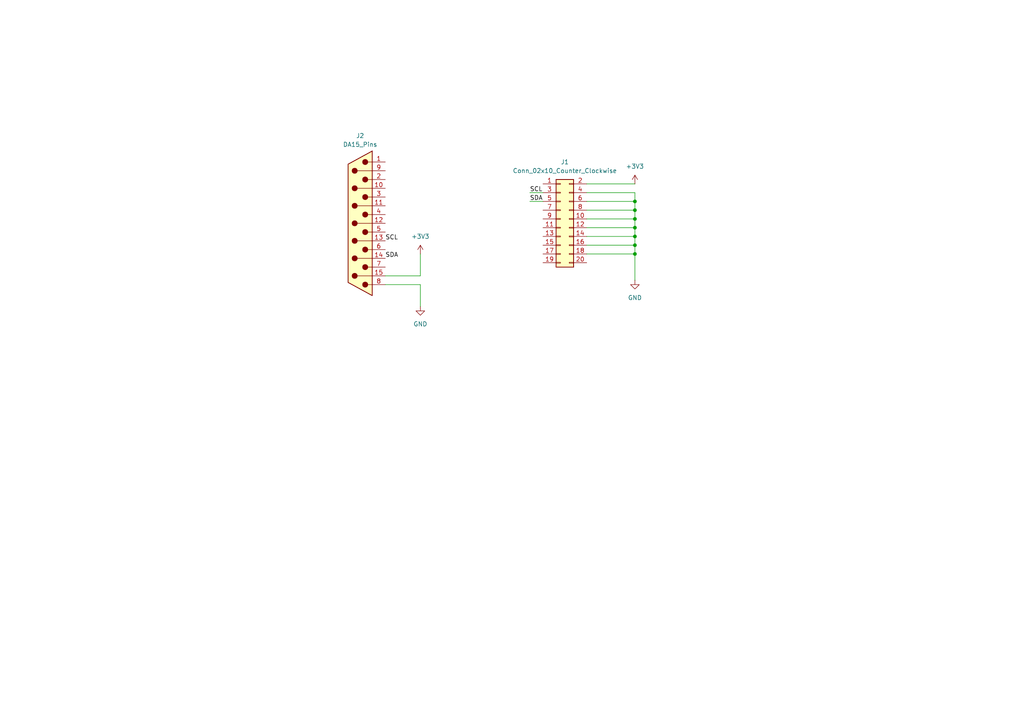
<source format=kicad_sch>
(kicad_sch (version 20250114) (generator "eeschema") (generator_version "9.0")
  (paper "A4")
  (lib_symbols
    (symbol "Connector:DA15_Pins" (pin_names (offset 1.016) (hide yes))
      (property "Reference" "J" (at 0.508 21.59 0))
      (property "Value" "DA15_Pins" (at 0 -22.225 0))
      (symbol "DA15_Pins_0_1"
        (polyline (pts (xy -3.81 17.78) (xy -2.54 17.78)))
        (polyline (pts (xy -3.81 15.24) (xy 0.508 15.24)))
        (polyline (pts (xy -3.81 12.7) (xy -2.54 12.7)))
        (polyline (pts (xy -3.81 10.16) (xy 0.508 10.16)))
        (polyline (pts (xy -3.81 7.62) (xy -2.54 7.62)))
        (polyline (pts (xy -3.81 5.08) (xy 0.508 5.08)))
        (polyline (pts (xy -3.81 2.54) (xy -2.54 2.54)))
        (polyline (pts (xy -3.81 0) (xy 0.508 0)))
        (polyline (pts (xy -3.81 -2.54) (xy -2.54 -2.54)))
        (polyline (pts (xy -3.81 -5.08) (xy 0.508 -5.08)))
        (polyline (pts (xy -3.81 -7.62) (xy -2.54 -7.62)))
        (polyline (pts (xy -3.81 -10.16) (xy 0.508 -10.16)))
        (polyline (pts (xy -3.81 -12.7) (xy -2.54 -12.7)))
        (polyline (pts (xy -3.81 -15.24) (xy 0.508 -15.24)))
        (polyline (pts (xy -3.81 -17.78) (xy -2.54 -17.78)))
        (polyline (pts (xy -3.81 -20.955) (xy 3.175 -17.145) (xy 3.175 17.145) (xy -3.81 20.955) (xy -3.81 -20.955)) (stroke (width 0.254)) (fill (type background)))
        (circle (center -1.778 17.78) (radius 0.762) (fill (type outline)))
        (circle (center -1.778 12.7) (radius 0.762) (fill (type outline)))
        (circle (center -1.778 7.62) (radius 0.762) (fill (type outline)))
        (circle (center -1.778 2.54) (radius 0.762) (fill (type outline)))
        (circle (center -1.778 -2.54) (radius 0.762) (fill (type outline)))
        (circle (center -1.778 -7.62) (radius 0.762) (fill (type outline)))
        (circle (center -1.778 -12.7) (radius 0.762) (fill (type outline)))
        (circle (center -1.778 -17.78) (radius 0.762) (fill (type outline)))
        (circle (center 1.27 15.24) (radius 0.762) (fill (type outline)))
        (circle (center 1.27 10.16) (radius 0.762) (fill (type outline)))
        (circle (center 1.27 5.08) (radius 0.762) (fill (type outline)))
        (circle (center 1.27 0) (radius 0.762) (fill (type outline)))
        (circle (center 1.27 -5.08) (radius 0.762) (fill (type outline)))
        (circle (center 1.27 -10.16) (radius 0.762) (fill (type outline)))
        (circle (center 1.27 -15.24) (radius 0.762) (fill (type outline)))
      )
      (symbol "DA15_Pins_1_1"
        (pin passive line (at -7.62 17.78 0) (length 3.81) (name "8") (number "8"))
        (pin passive line (at -7.62 15.24 0) (length 3.81) (name "P15") (number "15"))
        (pin passive line (at -7.62 12.7 0) (length 3.81) (name "7") (number "7"))
        (pin passive line (at -7.62 10.16 0) (length 3.81) (name "P14") (number "14"))
        (pin passive line (at -7.62 7.62 0) (length 3.81) (name "6") (number "6"))
        (pin passive line (at -7.62 5.08 0) (length 3.81) (name "P13") (number "13"))
        (pin passive line (at -7.62 2.54 0) (length 3.81) (name "5") (number "5"))
        (pin passive line (at -7.62 0 0) (length 3.81) (name "P12") (number "12"))
        (pin passive line (at -7.62 -2.54 0) (length 3.81) (name "4") (number "4"))
        (pin passive line (at -7.62 -5.08 0) (length 3.81) (name "P111") (number "11"))
        (pin passive line (at -7.62 -7.62 0) (length 3.81) (name "3") (number "3"))
        (pin passive line (at -7.62 -10.16 0) (length 3.81) (name "P10") (number "10"))
        (pin passive line (at -7.62 -12.7 0) (length 3.81) (name "2") (number "2"))
        (pin passive line (at -7.62 -15.24 0) (length 3.81) (name "P9") (number "9"))
        (pin passive line (at -7.62 -17.78 0) (length 3.81) (name "1") (number "1"))
      )
    )
    (symbol "Connector_Generic:Conn_02x10_Odd_Even" (pin_names (offset 1.016) (hide yes))
      (property "Reference" "J" (at 1.27 12.7 0))
      (property "Value" "Conn_02x10_Odd_Even" (at 1.27 -15.24 0))
      (symbol "Conn_02x10_Odd_Even_1_1"
        (rectangle (start -1.27 11.43) (end 3.81 -13.97) (stroke (width 0.254)) (fill (type background)))
        (rectangle (start -1.27 10.287) (end 0 10.033) (stroke (width 0.1524)))
        (rectangle (start -1.27 7.747) (end 0 7.493) (stroke (width 0.1524)))
        (rectangle (start -1.27 5.207) (end 0 4.953) (stroke (width 0.1524)))
        (rectangle (start -1.27 2.667) (end 0 2.413) (stroke (width 0.1524)))
        (rectangle (start -1.27 0.127) (end 0 -0.127) (stroke (width 0.1524)))
        (rectangle (start -1.27 -2.413) (end 0 -2.667) (stroke (width 0.1524)))
        (rectangle (start -1.27 -4.953) (end 0 -5.207) (stroke (width 0.1524)))
        (rectangle (start -1.27 -7.493) (end 0 -7.747) (stroke (width 0.1524)))
        (rectangle (start -1.27 -10.033) (end 0 -10.287) (stroke (width 0.1524)))
        (rectangle (start -1.27 -12.573) (end 0 -12.827) (stroke (width 0.1524)))
        (rectangle (start 3.81 10.287) (end 2.54 10.033) (stroke (width 0.1524)))
        (rectangle (start 3.81 7.747) (end 2.54 7.493) (stroke (width 0.1524)))
        (rectangle (start 3.81 5.207) (end 2.54 4.953) (stroke (width 0.1524)))
        (rectangle (start 3.81 2.667) (end 2.54 2.413) (stroke (width 0.1524)))
        (rectangle (start 3.81 0.127) (end 2.54 -0.127) (stroke (width 0.1524)))
        (rectangle (start 3.81 -2.413) (end 2.54 -2.667) (stroke (width 0.1524)))
        (rectangle (start 3.81 -4.953) (end 2.54 -5.207) (stroke (width 0.1524)))
        (rectangle (start 3.81 -7.493) (end 2.54 -7.747) (stroke (width 0.1524)))
        (rectangle (start 3.81 -10.033) (end 2.54 -10.287) (stroke (width 0.1524)))
        (rectangle (start 3.81 -12.573) (end 2.54 -12.827) (stroke (width 0.1524)))
        (pin passive line (at -5.08 10.16 0) (length 3.81) (name "Pin_1") (number "1"))
        (pin passive line (at -5.08 7.62 0) (length 3.81) (name "Pin_3") (number "3"))
        (pin passive line (at -5.08 5.08 0) (length 3.81) (name "Pin_5") (number "5"))
        (pin passive line (at -5.08 2.54 0) (length 3.81) (name "Pin_7") (number "7"))
        (pin passive line (at -5.08 0 0) (length 3.81) (name "Pin_9") (number "9"))
        (pin passive line (at -5.08 -2.54 0) (length 3.81) (name "Pin_11") (number "11"))
        (pin passive line (at -5.08 -5.08 0) (length 3.81) (name "Pin_13") (number "13"))
        (pin passive line (at -5.08 -7.62 0) (length 3.81) (name "Pin_15") (number "15"))
        (pin passive line (at -5.08 -10.16 0) (length 3.81) (name "Pin_17") (number "17"))
        (pin passive line (at -5.08 -12.7 0) (length 3.81) (name "Pin_19") (number "19"))
        (pin passive line (at 7.62 10.16 180) (length 3.81) (name "Pin_2") (number "2"))
        (pin passive line (at 7.62 7.62 180) (length 3.81) (name "Pin_4") (number "4"))
        (pin passive line (at 7.62 5.08 180) (length 3.81) (name "Pin_6") (number "6"))
        (pin passive line (at 7.62 2.54 180) (length 3.81) (name "Pin_8") (number "8"))
        (pin passive line (at 7.62 0 180) (length 3.81) (name "Pin_10") (number "10"))
        (pin passive line (at 7.62 -2.54 180) (length 3.81) (name "Pin_12") (number "12"))
        (pin passive line (at 7.62 -5.08 180) (length 3.81) (name "Pin_14") (number "14"))
        (pin passive line (at 7.62 -7.62 180) (length 3.81) (name "Pin_16") (number "16"))
        (pin passive line (at 7.62 -10.16 180) (length 3.81) (name "Pin_18") (number "18"))
        (pin passive line (at 7.62 -12.7 180) (length 3.81) (name "Pin_20") (number "20"))
      )
    )
    (symbol "power:+3V3" (power) (pin_numbers (hide yes)) (pin_names (offset 0) (hide yes))
      (property "Value" "+3V3" (at 0 3.556 0))
      (symbol "+3V3_0_1"
        (polyline (pts (xy -0.762 1.27) (xy 0 2.54)))
        (polyline (pts (xy 0 2.54) (xy 0.762 1.27)))
        (polyline (pts (xy 0 0) (xy 0 2.54)))
      )
      (symbol "+3V3_1_1"
        (pin power_in line (at 0 0 90) (length 0) (name "~") (number "1"))
      )
    )
    (symbol "power:GND" (power) (pin_numbers (hide yes)) (pin_names (offset 0) (hide yes))
      (property "Value" "GND" (at 0 -3.81 0))
      (symbol "GND_0_1"
        (polyline (pts (xy 0 0) (xy 0 -1.27) (xy 1.27 -1.27) (xy 0 -2.54) (xy -1.27 -1.27) (xy 0 -1.27)))
      )
      (symbol "GND_1_1"
        (pin power_in line (at 0 0 270) (length 0) (name "~") (number "1"))
      )
    )
  )
  (junction (at 184.15 68.58))
  (junction (at 184.15 63.5))
  (junction (at 184.15 60.96))
  (junction (at 184.15 66.04))
  (junction (at 184.15 58.42))
  (junction (at 184.15 71.12))
  (junction (at 184.15 73.66))
  (wire (pts (xy 121.92 82.55) (xy 111.76 82.55)))
  (wire (pts (xy 111.76 80.01) (xy 121.92 80.01)))
  (wire (pts (xy 170.18 66.04) (xy 184.15 66.04)))
  (wire (pts (xy 121.92 88.9) (xy 121.92 82.55)))
  (wire (pts (xy 170.18 55.88) (xy 184.15 55.88)))
  (wire (pts (xy 170.18 73.66) (xy 184.15 73.66)))
  (wire (pts (xy 184.15 66.04) (xy 184.15 68.58)))
  (wire (pts (xy 170.18 58.42) (xy 184.15 58.42)))
  (wire (pts (xy 121.92 80.01) (xy 121.92 73.66)))
  (wire (pts (xy 153.67 58.42) (xy 157.48 58.42)))
  (wire (pts (xy 170.18 71.12) (xy 184.15 71.12)))
  (wire (pts (xy 184.15 63.5) (xy 184.15 66.04)))
  (wire (pts (xy 170.18 60.96) (xy 184.15 60.96)))
  (wire (pts (xy 184.15 68.58) (xy 184.15 71.12)))
  (wire (pts (xy 153.67 55.88) (xy 157.48 55.88)))
  (wire (pts (xy 184.15 81.28) (xy 184.15 73.66)))
  (wire (pts (xy 170.18 68.58) (xy 184.15 68.58)))
  (wire (pts (xy 184.15 58.42) (xy 184.15 60.96)))
  (wire (pts (xy 184.15 53.34) (xy 170.18 53.34)))
  (wire (pts (xy 184.15 71.12) (xy 184.15 73.66)))
  (wire (pts (xy 184.15 55.88) (xy 184.15 58.42)))
  (wire (pts (xy 184.15 60.96) (xy 184.15 63.5)))
  (wire (pts (xy 170.18 63.5) (xy 184.15 63.5)))
  (label "SCL" (at 153.67 55.88 0))
  (label "SCL" (at 111.76 69.85 0))
  (label "SDA" (at 111.76 74.93 0))
  (label "SDA" (at 153.67 58.42 0))
  (symbol (lib_id "Connector:DA15_Pins") (at 104.14 64.77 180) (unit 1)
    (property "Reference" "J2" (at 104.4575 39.37 0))
    (property "Value" "DA15_Pins" (at 104.4575 41.91 0))
    (property "Footprint" "Connector_Dsub:DSUB-15_Pins_Vertical_P2.77x2.84mm" (effects (hide yes)))
    (property "Description" "15-pin D-SUB connector, pins (male) (low-density/2 columns)" (effects (hide yes)))
  )
  (symbol (lib_id "power:+3V3") (at 184.15 53.34 0) (unit 1)
    (property "Reference" "#PWR04" (effects (hide yes)))
    (property "Value" "+3V3" (at 184.15 48.26 0))
    (property "Description" "Power symbol creates a global label with name \"+3V3\"" (effects (hide yes)))
  )
  (symbol (lib_id "Connector_Generic:Conn_02x10_Odd_Even") (at 162.56 63.5 0) (unit 1)
    (property "Reference" "J1" (at 163.83 46.99 0))
    (property "Value" "Conn_02x10_Counter_Clockwise" (at 163.83 49.53 0))
    (property "Footprint" "Connector_PinSocket_2.54mm:PinSocket_2x10_P2.54mm_Horizontal" (effects (hide yes)))
    (property "Description" "Generic connector, double row, 02x10, odd/even pin numbering scheme (row 1 odd numbers, row 2 even numbers), script generated (kicad-library-utils/schlib/autogen/connector/)" (effects (hide yes)))
  )
  (symbol (lib_id "power:GND") (at 121.92 88.9 0) (unit 1)
    (property "Reference" "#PWR02" (effects (hide yes)))
    (property "Value" "GND" (at 121.92 93.98 0))
    (property "Description" "Power symbol creates a global label with name \"GND\" , ground" (effects (hide yes)))
  )
  (symbol (lib_id "power:GND") (at 184.15 81.28 0) (unit 1)
    (property "Reference" "#PWR01" (effects (hide yes)))
    (property "Value" "GND" (at 184.15 86.36 0))
    (property "Description" "Power symbol creates a global label with name \"GND\" , ground" (effects (hide yes)))
  )
  (symbol (lib_id "power:+3V3") (at 121.92 73.66 0) (unit 1)
    (property "Reference" "#PWR03" (effects (hide yes)))
    (property "Value" "+3V3" (at 121.92 68.58 0))
    (property "Description" "Power symbol creates a global label with name \"+3V3\"" (effects (hide yes)))
  )
)
</source>
